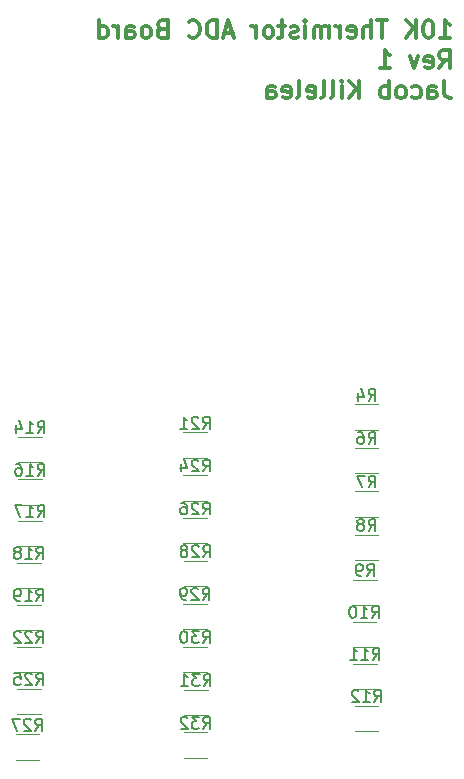
<source format=gbr>
G04 #@! TF.GenerationSoftware,KiCad,Pcbnew,5.0.1-33cea8e~68~ubuntu18.04.1*
G04 #@! TF.CreationDate,2018-11-24T14:12:02-07:00*
G04 #@! TF.ProjectId,adc,6164632E6B696361645F706362000000,rev?*
G04 #@! TF.SameCoordinates,Original*
G04 #@! TF.FileFunction,Legend,Bot*
G04 #@! TF.FilePolarity,Positive*
%FSLAX46Y46*%
G04 Gerber Fmt 4.6, Leading zero omitted, Abs format (unit mm)*
G04 Created by KiCad (PCBNEW 5.0.1-33cea8e~68~ubuntu18.04.1) date Sat 24 Nov 2018 02:12:02 PM MST*
%MOMM*%
%LPD*%
G01*
G04 APERTURE LIST*
%ADD10C,0.300000*%
%ADD11C,0.120000*%
%ADD12C,0.150000*%
G04 APERTURE END LIST*
D10*
X96198142Y-41054571D02*
X97055285Y-41054571D01*
X96626714Y-41054571D02*
X96626714Y-39554571D01*
X96769571Y-39768857D01*
X96912428Y-39911714D01*
X97055285Y-39983142D01*
X95269571Y-39554571D02*
X95126714Y-39554571D01*
X94983857Y-39626000D01*
X94912428Y-39697428D01*
X94841000Y-39840285D01*
X94769571Y-40126000D01*
X94769571Y-40483142D01*
X94841000Y-40768857D01*
X94912428Y-40911714D01*
X94983857Y-40983142D01*
X95126714Y-41054571D01*
X95269571Y-41054571D01*
X95412428Y-40983142D01*
X95483857Y-40911714D01*
X95555285Y-40768857D01*
X95626714Y-40483142D01*
X95626714Y-40126000D01*
X95555285Y-39840285D01*
X95483857Y-39697428D01*
X95412428Y-39626000D01*
X95269571Y-39554571D01*
X94126714Y-41054571D02*
X94126714Y-39554571D01*
X93269571Y-41054571D02*
X93912428Y-40197428D01*
X93269571Y-39554571D02*
X94126714Y-40411714D01*
X91698142Y-39554571D02*
X90841000Y-39554571D01*
X91269571Y-41054571D02*
X91269571Y-39554571D01*
X90341000Y-41054571D02*
X90341000Y-39554571D01*
X89698142Y-41054571D02*
X89698142Y-40268857D01*
X89769571Y-40126000D01*
X89912428Y-40054571D01*
X90126714Y-40054571D01*
X90269571Y-40126000D01*
X90341000Y-40197428D01*
X88412428Y-40983142D02*
X88555285Y-41054571D01*
X88841000Y-41054571D01*
X88983857Y-40983142D01*
X89055285Y-40840285D01*
X89055285Y-40268857D01*
X88983857Y-40126000D01*
X88841000Y-40054571D01*
X88555285Y-40054571D01*
X88412428Y-40126000D01*
X88341000Y-40268857D01*
X88341000Y-40411714D01*
X89055285Y-40554571D01*
X87698142Y-41054571D02*
X87698142Y-40054571D01*
X87698142Y-40340285D02*
X87626714Y-40197428D01*
X87555285Y-40126000D01*
X87412428Y-40054571D01*
X87269571Y-40054571D01*
X86769571Y-41054571D02*
X86769571Y-40054571D01*
X86769571Y-40197428D02*
X86698142Y-40126000D01*
X86555285Y-40054571D01*
X86341000Y-40054571D01*
X86198142Y-40126000D01*
X86126714Y-40268857D01*
X86126714Y-41054571D01*
X86126714Y-40268857D02*
X86055285Y-40126000D01*
X85912428Y-40054571D01*
X85698142Y-40054571D01*
X85555285Y-40126000D01*
X85483857Y-40268857D01*
X85483857Y-41054571D01*
X84769571Y-41054571D02*
X84769571Y-40054571D01*
X84769571Y-39554571D02*
X84841000Y-39626000D01*
X84769571Y-39697428D01*
X84698142Y-39626000D01*
X84769571Y-39554571D01*
X84769571Y-39697428D01*
X84126714Y-40983142D02*
X83983857Y-41054571D01*
X83698142Y-41054571D01*
X83555285Y-40983142D01*
X83483857Y-40840285D01*
X83483857Y-40768857D01*
X83555285Y-40626000D01*
X83698142Y-40554571D01*
X83912428Y-40554571D01*
X84055285Y-40483142D01*
X84126714Y-40340285D01*
X84126714Y-40268857D01*
X84055285Y-40126000D01*
X83912428Y-40054571D01*
X83698142Y-40054571D01*
X83555285Y-40126000D01*
X83055285Y-40054571D02*
X82483857Y-40054571D01*
X82841000Y-39554571D02*
X82841000Y-40840285D01*
X82769571Y-40983142D01*
X82626714Y-41054571D01*
X82483857Y-41054571D01*
X81769571Y-41054571D02*
X81912428Y-40983142D01*
X81983857Y-40911714D01*
X82055285Y-40768857D01*
X82055285Y-40340285D01*
X81983857Y-40197428D01*
X81912428Y-40126000D01*
X81769571Y-40054571D01*
X81555285Y-40054571D01*
X81412428Y-40126000D01*
X81341000Y-40197428D01*
X81269571Y-40340285D01*
X81269571Y-40768857D01*
X81341000Y-40911714D01*
X81412428Y-40983142D01*
X81555285Y-41054571D01*
X81769571Y-41054571D01*
X80626714Y-41054571D02*
X80626714Y-40054571D01*
X80626714Y-40340285D02*
X80555285Y-40197428D01*
X80483857Y-40126000D01*
X80341000Y-40054571D01*
X80198142Y-40054571D01*
X78626714Y-40626000D02*
X77912428Y-40626000D01*
X78769571Y-41054571D02*
X78269571Y-39554571D01*
X77769571Y-41054571D01*
X77269571Y-41054571D02*
X77269571Y-39554571D01*
X76912428Y-39554571D01*
X76698142Y-39626000D01*
X76555285Y-39768857D01*
X76483857Y-39911714D01*
X76412428Y-40197428D01*
X76412428Y-40411714D01*
X76483857Y-40697428D01*
X76555285Y-40840285D01*
X76698142Y-40983142D01*
X76912428Y-41054571D01*
X77269571Y-41054571D01*
X74912428Y-40911714D02*
X74983857Y-40983142D01*
X75198142Y-41054571D01*
X75341000Y-41054571D01*
X75555285Y-40983142D01*
X75698142Y-40840285D01*
X75769571Y-40697428D01*
X75841000Y-40411714D01*
X75841000Y-40197428D01*
X75769571Y-39911714D01*
X75698142Y-39768857D01*
X75555285Y-39626000D01*
X75341000Y-39554571D01*
X75198142Y-39554571D01*
X74983857Y-39626000D01*
X74912428Y-39697428D01*
X72626714Y-40268857D02*
X72412428Y-40340285D01*
X72341000Y-40411714D01*
X72269571Y-40554571D01*
X72269571Y-40768857D01*
X72341000Y-40911714D01*
X72412428Y-40983142D01*
X72555285Y-41054571D01*
X73126714Y-41054571D01*
X73126714Y-39554571D01*
X72626714Y-39554571D01*
X72483857Y-39626000D01*
X72412428Y-39697428D01*
X72341000Y-39840285D01*
X72341000Y-39983142D01*
X72412428Y-40126000D01*
X72483857Y-40197428D01*
X72626714Y-40268857D01*
X73126714Y-40268857D01*
X71412428Y-41054571D02*
X71555285Y-40983142D01*
X71626714Y-40911714D01*
X71698142Y-40768857D01*
X71698142Y-40340285D01*
X71626714Y-40197428D01*
X71555285Y-40126000D01*
X71412428Y-40054571D01*
X71198142Y-40054571D01*
X71055285Y-40126000D01*
X70983857Y-40197428D01*
X70912428Y-40340285D01*
X70912428Y-40768857D01*
X70983857Y-40911714D01*
X71055285Y-40983142D01*
X71198142Y-41054571D01*
X71412428Y-41054571D01*
X69626714Y-41054571D02*
X69626714Y-40268857D01*
X69698142Y-40126000D01*
X69841000Y-40054571D01*
X70126714Y-40054571D01*
X70269571Y-40126000D01*
X69626714Y-40983142D02*
X69769571Y-41054571D01*
X70126714Y-41054571D01*
X70269571Y-40983142D01*
X70341000Y-40840285D01*
X70341000Y-40697428D01*
X70269571Y-40554571D01*
X70126714Y-40483142D01*
X69769571Y-40483142D01*
X69626714Y-40411714D01*
X68912428Y-41054571D02*
X68912428Y-40054571D01*
X68912428Y-40340285D02*
X68841000Y-40197428D01*
X68769571Y-40126000D01*
X68626714Y-40054571D01*
X68483857Y-40054571D01*
X67341000Y-41054571D02*
X67341000Y-39554571D01*
X67341000Y-40983142D02*
X67483857Y-41054571D01*
X67769571Y-41054571D01*
X67912428Y-40983142D01*
X67983857Y-40911714D01*
X68055285Y-40768857D01*
X68055285Y-40340285D01*
X67983857Y-40197428D01*
X67912428Y-40126000D01*
X67769571Y-40054571D01*
X67483857Y-40054571D01*
X67341000Y-40126000D01*
X96126714Y-43604571D02*
X96626714Y-42890285D01*
X96983857Y-43604571D02*
X96983857Y-42104571D01*
X96412428Y-42104571D01*
X96269571Y-42176000D01*
X96198142Y-42247428D01*
X96126714Y-42390285D01*
X96126714Y-42604571D01*
X96198142Y-42747428D01*
X96269571Y-42818857D01*
X96412428Y-42890285D01*
X96983857Y-42890285D01*
X94912428Y-43533142D02*
X95055285Y-43604571D01*
X95341000Y-43604571D01*
X95483857Y-43533142D01*
X95555285Y-43390285D01*
X95555285Y-42818857D01*
X95483857Y-42676000D01*
X95341000Y-42604571D01*
X95055285Y-42604571D01*
X94912428Y-42676000D01*
X94841000Y-42818857D01*
X94841000Y-42961714D01*
X95555285Y-43104571D01*
X94341000Y-42604571D02*
X93983857Y-43604571D01*
X93626714Y-42604571D01*
X91126714Y-43604571D02*
X91983857Y-43604571D01*
X91555285Y-43604571D02*
X91555285Y-42104571D01*
X91698142Y-42318857D01*
X91841000Y-42461714D01*
X91983857Y-42533142D01*
X96555285Y-44654571D02*
X96555285Y-45726000D01*
X96626714Y-45940285D01*
X96769571Y-46083142D01*
X96983857Y-46154571D01*
X97126714Y-46154571D01*
X95198142Y-46154571D02*
X95198142Y-45368857D01*
X95269571Y-45226000D01*
X95412428Y-45154571D01*
X95698142Y-45154571D01*
X95841000Y-45226000D01*
X95198142Y-46083142D02*
X95341000Y-46154571D01*
X95698142Y-46154571D01*
X95841000Y-46083142D01*
X95912428Y-45940285D01*
X95912428Y-45797428D01*
X95841000Y-45654571D01*
X95698142Y-45583142D01*
X95341000Y-45583142D01*
X95198142Y-45511714D01*
X93841000Y-46083142D02*
X93983857Y-46154571D01*
X94269571Y-46154571D01*
X94412428Y-46083142D01*
X94483857Y-46011714D01*
X94555285Y-45868857D01*
X94555285Y-45440285D01*
X94483857Y-45297428D01*
X94412428Y-45226000D01*
X94269571Y-45154571D01*
X93983857Y-45154571D01*
X93841000Y-45226000D01*
X92983857Y-46154571D02*
X93126714Y-46083142D01*
X93198142Y-46011714D01*
X93269571Y-45868857D01*
X93269571Y-45440285D01*
X93198142Y-45297428D01*
X93126714Y-45226000D01*
X92983857Y-45154571D01*
X92769571Y-45154571D01*
X92626714Y-45226000D01*
X92555285Y-45297428D01*
X92483857Y-45440285D01*
X92483857Y-45868857D01*
X92555285Y-46011714D01*
X92626714Y-46083142D01*
X92769571Y-46154571D01*
X92983857Y-46154571D01*
X91841000Y-46154571D02*
X91841000Y-44654571D01*
X91841000Y-45226000D02*
X91698142Y-45154571D01*
X91412428Y-45154571D01*
X91269571Y-45226000D01*
X91198142Y-45297428D01*
X91126714Y-45440285D01*
X91126714Y-45868857D01*
X91198142Y-46011714D01*
X91269571Y-46083142D01*
X91412428Y-46154571D01*
X91698142Y-46154571D01*
X91841000Y-46083142D01*
X89341000Y-46154571D02*
X89341000Y-44654571D01*
X88483857Y-46154571D02*
X89126714Y-45297428D01*
X88483857Y-44654571D02*
X89341000Y-45511714D01*
X87841000Y-46154571D02*
X87841000Y-45154571D01*
X87841000Y-44654571D02*
X87912428Y-44726000D01*
X87841000Y-44797428D01*
X87769571Y-44726000D01*
X87841000Y-44654571D01*
X87841000Y-44797428D01*
X86912428Y-46154571D02*
X87055285Y-46083142D01*
X87126714Y-45940285D01*
X87126714Y-44654571D01*
X86126714Y-46154571D02*
X86269571Y-46083142D01*
X86341000Y-45940285D01*
X86341000Y-44654571D01*
X84983857Y-46083142D02*
X85126714Y-46154571D01*
X85412428Y-46154571D01*
X85555285Y-46083142D01*
X85626714Y-45940285D01*
X85626714Y-45368857D01*
X85555285Y-45226000D01*
X85412428Y-45154571D01*
X85126714Y-45154571D01*
X84983857Y-45226000D01*
X84912428Y-45368857D01*
X84912428Y-45511714D01*
X85626714Y-45654571D01*
X84055285Y-46154571D02*
X84198142Y-46083142D01*
X84269571Y-45940285D01*
X84269571Y-44654571D01*
X82912428Y-46083142D02*
X83055285Y-46154571D01*
X83341000Y-46154571D01*
X83483857Y-46083142D01*
X83555285Y-45940285D01*
X83555285Y-45368857D01*
X83483857Y-45226000D01*
X83341000Y-45154571D01*
X83055285Y-45154571D01*
X82912428Y-45226000D01*
X82841000Y-45368857D01*
X82841000Y-45511714D01*
X83555285Y-45654571D01*
X81555285Y-46154571D02*
X81555285Y-45368857D01*
X81626714Y-45226000D01*
X81769571Y-45154571D01*
X82055285Y-45154571D01*
X82198142Y-45226000D01*
X81555285Y-46083142D02*
X81698142Y-46154571D01*
X82055285Y-46154571D01*
X82198142Y-46083142D01*
X82269571Y-45940285D01*
X82269571Y-45797428D01*
X82198142Y-45654571D01*
X82055285Y-45583142D01*
X81698142Y-45583142D01*
X81555285Y-45511714D01*
D11*
G04 #@! TO.C,R4*
X90963083Y-72082000D02*
X88963083Y-72082000D01*
X88963083Y-74222000D02*
X90963083Y-74222000D01*
G04 #@! TO.C,R6*
X90963083Y-75747683D02*
X88963083Y-75747683D01*
X88963083Y-77887683D02*
X90963083Y-77887683D01*
G04 #@! TO.C,R7*
X88963083Y-81570683D02*
X90963083Y-81570683D01*
X90963083Y-79430683D02*
X88963083Y-79430683D01*
G04 #@! TO.C,R8*
X90963083Y-83113683D02*
X88963083Y-83113683D01*
X88963083Y-85253683D02*
X90963083Y-85253683D01*
G04 #@! TO.C,R9*
X88836083Y-89063681D02*
X90836083Y-89063681D01*
X90836083Y-86923681D02*
X88836083Y-86923681D01*
G04 #@! TO.C,R10*
X88772083Y-92619682D02*
X90772083Y-92619682D01*
X90772083Y-90479682D02*
X88772083Y-90479682D01*
G04 #@! TO.C,R11*
X90836082Y-94035681D02*
X88836082Y-94035681D01*
X88836082Y-96175681D02*
X90836082Y-96175681D01*
G04 #@! TO.C,R12*
X88963083Y-99731682D02*
X90963083Y-99731682D01*
X90963083Y-97591682D02*
X88963083Y-97591682D01*
G04 #@! TO.C,R14*
X60468000Y-76948957D02*
X62468000Y-76948957D01*
X62468000Y-74808957D02*
X60468000Y-74808957D01*
G04 #@! TO.C,R16*
X62468000Y-78432000D02*
X60468000Y-78432000D01*
X60468000Y-80572000D02*
X62468000Y-80572000D01*
G04 #@! TO.C,R17*
X60468000Y-84060957D02*
X62468000Y-84060957D01*
X62468000Y-81920957D02*
X60468000Y-81920957D01*
G04 #@! TO.C,R18*
X62363624Y-85476957D02*
X60363624Y-85476957D01*
X60363624Y-87616957D02*
X62363624Y-87616957D01*
G04 #@! TO.C,R19*
X62363625Y-89032957D02*
X60363625Y-89032957D01*
X60363625Y-91172957D02*
X62363625Y-91172957D01*
G04 #@! TO.C,R21*
X74455263Y-76595618D02*
X76455263Y-76595618D01*
X76455263Y-74455618D02*
X74455263Y-74455618D01*
G04 #@! TO.C,R22*
X62363126Y-92588957D02*
X60363126Y-92588957D01*
X60363126Y-94728957D02*
X62363126Y-94728957D01*
G04 #@! TO.C,R24*
X74455264Y-80224189D02*
X76455264Y-80224189D01*
X76455264Y-78084189D02*
X74455264Y-78084189D01*
G04 #@! TO.C,R25*
X62363624Y-96144957D02*
X60363624Y-96144957D01*
X60363624Y-98284957D02*
X62363624Y-98284957D01*
G04 #@! TO.C,R26*
X74455263Y-83852760D02*
X76455263Y-83852760D01*
X76455263Y-81712760D02*
X74455263Y-81712760D01*
G04 #@! TO.C,R27*
X60246000Y-102162000D02*
X62246000Y-102162000D01*
X62246000Y-100022000D02*
X60246000Y-100022000D01*
G04 #@! TO.C,R28*
X76470000Y-85341331D02*
X74470000Y-85341331D01*
X74470000Y-87481331D02*
X76470000Y-87481331D01*
G04 #@! TO.C,R29*
X74438000Y-91109902D02*
X76438000Y-91109902D01*
X76438000Y-88969902D02*
X74438000Y-88969902D01*
G04 #@! TO.C,R30*
X76455263Y-92598473D02*
X74455263Y-92598473D01*
X74455263Y-94738473D02*
X76455263Y-94738473D01*
G04 #@! TO.C,R31*
X74519264Y-98367044D02*
X76519264Y-98367044D01*
X76519264Y-96227044D02*
X74519264Y-96227044D01*
G04 #@! TO.C,R32*
X76470000Y-99855618D02*
X74470000Y-99855618D01*
X74470000Y-101995618D02*
X76470000Y-101995618D01*
G04 #@! TO.C,R4*
D12*
X90129749Y-71754380D02*
X90463083Y-71278190D01*
X90701178Y-71754380D02*
X90701178Y-70754380D01*
X90320225Y-70754380D01*
X90224987Y-70802000D01*
X90177368Y-70849619D01*
X90129749Y-70944857D01*
X90129749Y-71087714D01*
X90177368Y-71182952D01*
X90224987Y-71230571D01*
X90320225Y-71278190D01*
X90701178Y-71278190D01*
X89272606Y-71087714D02*
X89272606Y-71754380D01*
X89510702Y-70706761D02*
X89748797Y-71421047D01*
X89129749Y-71421047D01*
G04 #@! TO.C,R6*
X90129749Y-75420063D02*
X90463083Y-74943873D01*
X90701178Y-75420063D02*
X90701178Y-74420063D01*
X90320225Y-74420063D01*
X90224987Y-74467683D01*
X90177368Y-74515302D01*
X90129749Y-74610540D01*
X90129749Y-74753397D01*
X90177368Y-74848635D01*
X90224987Y-74896254D01*
X90320225Y-74943873D01*
X90701178Y-74943873D01*
X89272606Y-74420063D02*
X89463083Y-74420063D01*
X89558321Y-74467683D01*
X89605940Y-74515302D01*
X89701178Y-74658159D01*
X89748797Y-74848635D01*
X89748797Y-75229587D01*
X89701178Y-75324825D01*
X89653559Y-75372444D01*
X89558321Y-75420063D01*
X89367844Y-75420063D01*
X89272606Y-75372444D01*
X89224987Y-75324825D01*
X89177368Y-75229587D01*
X89177368Y-74991492D01*
X89224987Y-74896254D01*
X89272606Y-74848635D01*
X89367844Y-74801016D01*
X89558321Y-74801016D01*
X89653559Y-74848635D01*
X89701178Y-74896254D01*
X89748797Y-74991492D01*
G04 #@! TO.C,R7*
X90129749Y-79103063D02*
X90463083Y-78626873D01*
X90701178Y-79103063D02*
X90701178Y-78103063D01*
X90320225Y-78103063D01*
X90224987Y-78150683D01*
X90177368Y-78198302D01*
X90129749Y-78293540D01*
X90129749Y-78436397D01*
X90177368Y-78531635D01*
X90224987Y-78579254D01*
X90320225Y-78626873D01*
X90701178Y-78626873D01*
X89796416Y-78103063D02*
X89129749Y-78103063D01*
X89558321Y-79103063D01*
G04 #@! TO.C,R8*
X90129749Y-82786063D02*
X90463083Y-82309873D01*
X90701178Y-82786063D02*
X90701178Y-81786063D01*
X90320225Y-81786063D01*
X90224987Y-81833683D01*
X90177368Y-81881302D01*
X90129749Y-81976540D01*
X90129749Y-82119397D01*
X90177368Y-82214635D01*
X90224987Y-82262254D01*
X90320225Y-82309873D01*
X90701178Y-82309873D01*
X89558321Y-82214635D02*
X89653559Y-82167016D01*
X89701178Y-82119397D01*
X89748797Y-82024159D01*
X89748797Y-81976540D01*
X89701178Y-81881302D01*
X89653559Y-81833683D01*
X89558321Y-81786063D01*
X89367844Y-81786063D01*
X89272606Y-81833683D01*
X89224987Y-81881302D01*
X89177368Y-81976540D01*
X89177368Y-82024159D01*
X89224987Y-82119397D01*
X89272606Y-82167016D01*
X89367844Y-82214635D01*
X89558321Y-82214635D01*
X89653559Y-82262254D01*
X89701178Y-82309873D01*
X89748797Y-82405111D01*
X89748797Y-82595587D01*
X89701178Y-82690825D01*
X89653559Y-82738444D01*
X89558321Y-82786063D01*
X89367844Y-82786063D01*
X89272606Y-82738444D01*
X89224987Y-82690825D01*
X89177368Y-82595587D01*
X89177368Y-82405111D01*
X89224987Y-82309873D01*
X89272606Y-82262254D01*
X89367844Y-82214635D01*
G04 #@! TO.C,R9*
X90002749Y-86596061D02*
X90336083Y-86119871D01*
X90574178Y-86596061D02*
X90574178Y-85596061D01*
X90193225Y-85596061D01*
X90097987Y-85643681D01*
X90050368Y-85691300D01*
X90002749Y-85786538D01*
X90002749Y-85929395D01*
X90050368Y-86024633D01*
X90097987Y-86072252D01*
X90193225Y-86119871D01*
X90574178Y-86119871D01*
X89526559Y-86596061D02*
X89336083Y-86596061D01*
X89240844Y-86548442D01*
X89193225Y-86500823D01*
X89097987Y-86357966D01*
X89050368Y-86167490D01*
X89050368Y-85786538D01*
X89097987Y-85691300D01*
X89145606Y-85643681D01*
X89240844Y-85596061D01*
X89431321Y-85596061D01*
X89526559Y-85643681D01*
X89574178Y-85691300D01*
X89621797Y-85786538D01*
X89621797Y-86024633D01*
X89574178Y-86119871D01*
X89526559Y-86167490D01*
X89431321Y-86215109D01*
X89240844Y-86215109D01*
X89145606Y-86167490D01*
X89097987Y-86119871D01*
X89050368Y-86024633D01*
G04 #@! TO.C,R10*
X90414940Y-90152062D02*
X90748273Y-89675872D01*
X90986368Y-90152062D02*
X90986368Y-89152062D01*
X90605416Y-89152062D01*
X90510178Y-89199682D01*
X90462559Y-89247301D01*
X90414940Y-89342539D01*
X90414940Y-89485396D01*
X90462559Y-89580634D01*
X90510178Y-89628253D01*
X90605416Y-89675872D01*
X90986368Y-89675872D01*
X89462559Y-90152062D02*
X90033987Y-90152062D01*
X89748273Y-90152062D02*
X89748273Y-89152062D01*
X89843511Y-89294920D01*
X89938749Y-89390158D01*
X90033987Y-89437777D01*
X88843511Y-89152062D02*
X88748273Y-89152062D01*
X88653035Y-89199682D01*
X88605416Y-89247301D01*
X88557797Y-89342539D01*
X88510178Y-89533015D01*
X88510178Y-89771110D01*
X88557797Y-89961586D01*
X88605416Y-90056824D01*
X88653035Y-90104443D01*
X88748273Y-90152062D01*
X88843511Y-90152062D01*
X88938749Y-90104443D01*
X88986368Y-90056824D01*
X89033987Y-89961586D01*
X89081606Y-89771110D01*
X89081606Y-89533015D01*
X89033987Y-89342539D01*
X88986368Y-89247301D01*
X88938749Y-89199682D01*
X88843511Y-89152062D01*
G04 #@! TO.C,R11*
X90478939Y-93708061D02*
X90812272Y-93231871D01*
X91050367Y-93708061D02*
X91050367Y-92708061D01*
X90669415Y-92708061D01*
X90574177Y-92755681D01*
X90526558Y-92803300D01*
X90478939Y-92898538D01*
X90478939Y-93041395D01*
X90526558Y-93136633D01*
X90574177Y-93184252D01*
X90669415Y-93231871D01*
X91050367Y-93231871D01*
X89526558Y-93708061D02*
X90097986Y-93708061D01*
X89812272Y-93708061D02*
X89812272Y-92708061D01*
X89907510Y-92850919D01*
X90002748Y-92946157D01*
X90097986Y-92993776D01*
X88574177Y-93708061D02*
X89145605Y-93708061D01*
X88859891Y-93708061D02*
X88859891Y-92708061D01*
X88955129Y-92850919D01*
X89050367Y-92946157D01*
X89145605Y-92993776D01*
G04 #@! TO.C,R12*
X90605940Y-97264062D02*
X90939273Y-96787872D01*
X91177368Y-97264062D02*
X91177368Y-96264062D01*
X90796416Y-96264062D01*
X90701178Y-96311682D01*
X90653559Y-96359301D01*
X90605940Y-96454539D01*
X90605940Y-96597396D01*
X90653559Y-96692634D01*
X90701178Y-96740253D01*
X90796416Y-96787872D01*
X91177368Y-96787872D01*
X89653559Y-97264062D02*
X90224987Y-97264062D01*
X89939273Y-97264062D02*
X89939273Y-96264062D01*
X90034511Y-96406920D01*
X90129749Y-96502158D01*
X90224987Y-96549777D01*
X89272606Y-96359301D02*
X89224987Y-96311682D01*
X89129749Y-96264062D01*
X88891654Y-96264062D01*
X88796416Y-96311682D01*
X88748797Y-96359301D01*
X88701178Y-96454539D01*
X88701178Y-96549777D01*
X88748797Y-96692634D01*
X89320225Y-97264062D01*
X88701178Y-97264062D01*
G04 #@! TO.C,R14*
X62110857Y-74481337D02*
X62444190Y-74005147D01*
X62682285Y-74481337D02*
X62682285Y-73481337D01*
X62301333Y-73481337D01*
X62206095Y-73528957D01*
X62158476Y-73576576D01*
X62110857Y-73671814D01*
X62110857Y-73814671D01*
X62158476Y-73909909D01*
X62206095Y-73957528D01*
X62301333Y-74005147D01*
X62682285Y-74005147D01*
X61158476Y-74481337D02*
X61729904Y-74481337D01*
X61444190Y-74481337D02*
X61444190Y-73481337D01*
X61539428Y-73624195D01*
X61634666Y-73719433D01*
X61729904Y-73767052D01*
X60301333Y-73814671D02*
X60301333Y-74481337D01*
X60539428Y-73433718D02*
X60777523Y-74148004D01*
X60158476Y-74148004D01*
G04 #@! TO.C,R16*
X62110857Y-78104380D02*
X62444190Y-77628190D01*
X62682285Y-78104380D02*
X62682285Y-77104380D01*
X62301333Y-77104380D01*
X62206095Y-77152000D01*
X62158476Y-77199619D01*
X62110857Y-77294857D01*
X62110857Y-77437714D01*
X62158476Y-77532952D01*
X62206095Y-77580571D01*
X62301333Y-77628190D01*
X62682285Y-77628190D01*
X61158476Y-78104380D02*
X61729904Y-78104380D01*
X61444190Y-78104380D02*
X61444190Y-77104380D01*
X61539428Y-77247238D01*
X61634666Y-77342476D01*
X61729904Y-77390095D01*
X60301333Y-77104380D02*
X60491809Y-77104380D01*
X60587047Y-77152000D01*
X60634666Y-77199619D01*
X60729904Y-77342476D01*
X60777523Y-77532952D01*
X60777523Y-77913904D01*
X60729904Y-78009142D01*
X60682285Y-78056761D01*
X60587047Y-78104380D01*
X60396571Y-78104380D01*
X60301333Y-78056761D01*
X60253714Y-78009142D01*
X60206095Y-77913904D01*
X60206095Y-77675809D01*
X60253714Y-77580571D01*
X60301333Y-77532952D01*
X60396571Y-77485333D01*
X60587047Y-77485333D01*
X60682285Y-77532952D01*
X60729904Y-77580571D01*
X60777523Y-77675809D01*
G04 #@! TO.C,R17*
X62110857Y-81593337D02*
X62444190Y-81117147D01*
X62682285Y-81593337D02*
X62682285Y-80593337D01*
X62301333Y-80593337D01*
X62206095Y-80640957D01*
X62158476Y-80688576D01*
X62110857Y-80783814D01*
X62110857Y-80926671D01*
X62158476Y-81021909D01*
X62206095Y-81069528D01*
X62301333Y-81117147D01*
X62682285Y-81117147D01*
X61158476Y-81593337D02*
X61729904Y-81593337D01*
X61444190Y-81593337D02*
X61444190Y-80593337D01*
X61539428Y-80736195D01*
X61634666Y-80831433D01*
X61729904Y-80879052D01*
X60825142Y-80593337D02*
X60158476Y-80593337D01*
X60587047Y-81593337D01*
G04 #@! TO.C,R18*
X62006481Y-85149337D02*
X62339814Y-84673147D01*
X62577909Y-85149337D02*
X62577909Y-84149337D01*
X62196957Y-84149337D01*
X62101719Y-84196957D01*
X62054100Y-84244576D01*
X62006481Y-84339814D01*
X62006481Y-84482671D01*
X62054100Y-84577909D01*
X62101719Y-84625528D01*
X62196957Y-84673147D01*
X62577909Y-84673147D01*
X61054100Y-85149337D02*
X61625528Y-85149337D01*
X61339814Y-85149337D02*
X61339814Y-84149337D01*
X61435052Y-84292195D01*
X61530290Y-84387433D01*
X61625528Y-84435052D01*
X60482671Y-84577909D02*
X60577909Y-84530290D01*
X60625528Y-84482671D01*
X60673147Y-84387433D01*
X60673147Y-84339814D01*
X60625528Y-84244576D01*
X60577909Y-84196957D01*
X60482671Y-84149337D01*
X60292195Y-84149337D01*
X60196957Y-84196957D01*
X60149338Y-84244576D01*
X60101719Y-84339814D01*
X60101719Y-84387433D01*
X60149338Y-84482671D01*
X60196957Y-84530290D01*
X60292195Y-84577909D01*
X60482671Y-84577909D01*
X60577909Y-84625528D01*
X60625528Y-84673147D01*
X60673147Y-84768385D01*
X60673147Y-84958861D01*
X60625528Y-85054099D01*
X60577909Y-85101718D01*
X60482671Y-85149337D01*
X60292195Y-85149337D01*
X60196957Y-85101718D01*
X60149338Y-85054099D01*
X60101719Y-84958861D01*
X60101719Y-84768385D01*
X60149338Y-84673147D01*
X60196957Y-84625528D01*
X60292195Y-84577909D01*
G04 #@! TO.C,R19*
X62006482Y-88705337D02*
X62339815Y-88229147D01*
X62577910Y-88705337D02*
X62577910Y-87705337D01*
X62196958Y-87705337D01*
X62101720Y-87752957D01*
X62054101Y-87800576D01*
X62006482Y-87895814D01*
X62006482Y-88038671D01*
X62054101Y-88133909D01*
X62101720Y-88181528D01*
X62196958Y-88229147D01*
X62577910Y-88229147D01*
X61054101Y-88705337D02*
X61625529Y-88705337D01*
X61339815Y-88705337D02*
X61339815Y-87705337D01*
X61435053Y-87848195D01*
X61530291Y-87943433D01*
X61625529Y-87991052D01*
X60577910Y-88705337D02*
X60387434Y-88705337D01*
X60292196Y-88657718D01*
X60244577Y-88610099D01*
X60149339Y-88467242D01*
X60101720Y-88276766D01*
X60101720Y-87895814D01*
X60149339Y-87800576D01*
X60196958Y-87752957D01*
X60292196Y-87705337D01*
X60482672Y-87705337D01*
X60577910Y-87752957D01*
X60625529Y-87800576D01*
X60673148Y-87895814D01*
X60673148Y-88133909D01*
X60625529Y-88229147D01*
X60577910Y-88276766D01*
X60482672Y-88324385D01*
X60292196Y-88324385D01*
X60196958Y-88276766D01*
X60149339Y-88229147D01*
X60101720Y-88133909D01*
G04 #@! TO.C,R21*
X76098120Y-74127998D02*
X76431453Y-73651808D01*
X76669548Y-74127998D02*
X76669548Y-73127998D01*
X76288596Y-73127998D01*
X76193358Y-73175618D01*
X76145739Y-73223237D01*
X76098120Y-73318475D01*
X76098120Y-73461332D01*
X76145739Y-73556570D01*
X76193358Y-73604189D01*
X76288596Y-73651808D01*
X76669548Y-73651808D01*
X75717167Y-73223237D02*
X75669548Y-73175618D01*
X75574310Y-73127998D01*
X75336215Y-73127998D01*
X75240977Y-73175618D01*
X75193358Y-73223237D01*
X75145739Y-73318475D01*
X75145739Y-73413713D01*
X75193358Y-73556570D01*
X75764786Y-74127998D01*
X75145739Y-74127998D01*
X74193358Y-74127998D02*
X74764786Y-74127998D01*
X74479072Y-74127998D02*
X74479072Y-73127998D01*
X74574310Y-73270856D01*
X74669548Y-73366094D01*
X74764786Y-73413713D01*
G04 #@! TO.C,R22*
X62005983Y-92261337D02*
X62339316Y-91785147D01*
X62577411Y-92261337D02*
X62577411Y-91261337D01*
X62196459Y-91261337D01*
X62101221Y-91308957D01*
X62053602Y-91356576D01*
X62005983Y-91451814D01*
X62005983Y-91594671D01*
X62053602Y-91689909D01*
X62101221Y-91737528D01*
X62196459Y-91785147D01*
X62577411Y-91785147D01*
X61625030Y-91356576D02*
X61577411Y-91308957D01*
X61482173Y-91261337D01*
X61244078Y-91261337D01*
X61148840Y-91308957D01*
X61101221Y-91356576D01*
X61053602Y-91451814D01*
X61053602Y-91547052D01*
X61101221Y-91689909D01*
X61672649Y-92261337D01*
X61053602Y-92261337D01*
X60672649Y-91356576D02*
X60625030Y-91308957D01*
X60529792Y-91261337D01*
X60291697Y-91261337D01*
X60196459Y-91308957D01*
X60148840Y-91356576D01*
X60101221Y-91451814D01*
X60101221Y-91547052D01*
X60148840Y-91689909D01*
X60720268Y-92261337D01*
X60101221Y-92261337D01*
G04 #@! TO.C,R24*
X76098121Y-77756569D02*
X76431454Y-77280379D01*
X76669549Y-77756569D02*
X76669549Y-76756569D01*
X76288597Y-76756569D01*
X76193359Y-76804189D01*
X76145740Y-76851808D01*
X76098121Y-76947046D01*
X76098121Y-77089903D01*
X76145740Y-77185141D01*
X76193359Y-77232760D01*
X76288597Y-77280379D01*
X76669549Y-77280379D01*
X75717168Y-76851808D02*
X75669549Y-76804189D01*
X75574311Y-76756569D01*
X75336216Y-76756569D01*
X75240978Y-76804189D01*
X75193359Y-76851808D01*
X75145740Y-76947046D01*
X75145740Y-77042284D01*
X75193359Y-77185141D01*
X75764787Y-77756569D01*
X75145740Y-77756569D01*
X74288597Y-77089903D02*
X74288597Y-77756569D01*
X74526692Y-76708950D02*
X74764787Y-77423236D01*
X74145740Y-77423236D01*
G04 #@! TO.C,R25*
X62006481Y-95817337D02*
X62339814Y-95341147D01*
X62577909Y-95817337D02*
X62577909Y-94817337D01*
X62196957Y-94817337D01*
X62101719Y-94864957D01*
X62054100Y-94912576D01*
X62006481Y-95007814D01*
X62006481Y-95150671D01*
X62054100Y-95245909D01*
X62101719Y-95293528D01*
X62196957Y-95341147D01*
X62577909Y-95341147D01*
X61625528Y-94912576D02*
X61577909Y-94864957D01*
X61482671Y-94817337D01*
X61244576Y-94817337D01*
X61149338Y-94864957D01*
X61101719Y-94912576D01*
X61054100Y-95007814D01*
X61054100Y-95103052D01*
X61101719Y-95245909D01*
X61673147Y-95817337D01*
X61054100Y-95817337D01*
X60149338Y-94817337D02*
X60625528Y-94817337D01*
X60673147Y-95293528D01*
X60625528Y-95245909D01*
X60530290Y-95198290D01*
X60292195Y-95198290D01*
X60196957Y-95245909D01*
X60149338Y-95293528D01*
X60101719Y-95388766D01*
X60101719Y-95626861D01*
X60149338Y-95722099D01*
X60196957Y-95769718D01*
X60292195Y-95817337D01*
X60530290Y-95817337D01*
X60625528Y-95769718D01*
X60673147Y-95722099D01*
G04 #@! TO.C,R26*
X76098120Y-81385140D02*
X76431453Y-80908950D01*
X76669548Y-81385140D02*
X76669548Y-80385140D01*
X76288596Y-80385140D01*
X76193358Y-80432760D01*
X76145739Y-80480379D01*
X76098120Y-80575617D01*
X76098120Y-80718474D01*
X76145739Y-80813712D01*
X76193358Y-80861331D01*
X76288596Y-80908950D01*
X76669548Y-80908950D01*
X75717167Y-80480379D02*
X75669548Y-80432760D01*
X75574310Y-80385140D01*
X75336215Y-80385140D01*
X75240977Y-80432760D01*
X75193358Y-80480379D01*
X75145739Y-80575617D01*
X75145739Y-80670855D01*
X75193358Y-80813712D01*
X75764786Y-81385140D01*
X75145739Y-81385140D01*
X74288596Y-80385140D02*
X74479072Y-80385140D01*
X74574310Y-80432760D01*
X74621929Y-80480379D01*
X74717167Y-80623236D01*
X74764786Y-80813712D01*
X74764786Y-81194664D01*
X74717167Y-81289902D01*
X74669548Y-81337521D01*
X74574310Y-81385140D01*
X74383834Y-81385140D01*
X74288596Y-81337521D01*
X74240977Y-81289902D01*
X74193358Y-81194664D01*
X74193358Y-80956569D01*
X74240977Y-80861331D01*
X74288596Y-80813712D01*
X74383834Y-80766093D01*
X74574310Y-80766093D01*
X74669548Y-80813712D01*
X74717167Y-80861331D01*
X74764786Y-80956569D01*
G04 #@! TO.C,R27*
X61888857Y-99694380D02*
X62222190Y-99218190D01*
X62460285Y-99694380D02*
X62460285Y-98694380D01*
X62079333Y-98694380D01*
X61984095Y-98742000D01*
X61936476Y-98789619D01*
X61888857Y-98884857D01*
X61888857Y-99027714D01*
X61936476Y-99122952D01*
X61984095Y-99170571D01*
X62079333Y-99218190D01*
X62460285Y-99218190D01*
X61507904Y-98789619D02*
X61460285Y-98742000D01*
X61365047Y-98694380D01*
X61126952Y-98694380D01*
X61031714Y-98742000D01*
X60984095Y-98789619D01*
X60936476Y-98884857D01*
X60936476Y-98980095D01*
X60984095Y-99122952D01*
X61555523Y-99694380D01*
X60936476Y-99694380D01*
X60603142Y-98694380D02*
X59936476Y-98694380D01*
X60365047Y-99694380D01*
G04 #@! TO.C,R28*
X76112857Y-85013711D02*
X76446190Y-84537521D01*
X76684285Y-85013711D02*
X76684285Y-84013711D01*
X76303333Y-84013711D01*
X76208095Y-84061331D01*
X76160476Y-84108950D01*
X76112857Y-84204188D01*
X76112857Y-84347045D01*
X76160476Y-84442283D01*
X76208095Y-84489902D01*
X76303333Y-84537521D01*
X76684285Y-84537521D01*
X75731904Y-84108950D02*
X75684285Y-84061331D01*
X75589047Y-84013711D01*
X75350952Y-84013711D01*
X75255714Y-84061331D01*
X75208095Y-84108950D01*
X75160476Y-84204188D01*
X75160476Y-84299426D01*
X75208095Y-84442283D01*
X75779523Y-85013711D01*
X75160476Y-85013711D01*
X74589047Y-84442283D02*
X74684285Y-84394664D01*
X74731904Y-84347045D01*
X74779523Y-84251807D01*
X74779523Y-84204188D01*
X74731904Y-84108950D01*
X74684285Y-84061331D01*
X74589047Y-84013711D01*
X74398571Y-84013711D01*
X74303333Y-84061331D01*
X74255714Y-84108950D01*
X74208095Y-84204188D01*
X74208095Y-84251807D01*
X74255714Y-84347045D01*
X74303333Y-84394664D01*
X74398571Y-84442283D01*
X74589047Y-84442283D01*
X74684285Y-84489902D01*
X74731904Y-84537521D01*
X74779523Y-84632759D01*
X74779523Y-84823235D01*
X74731904Y-84918473D01*
X74684285Y-84966092D01*
X74589047Y-85013711D01*
X74398571Y-85013711D01*
X74303333Y-84966092D01*
X74255714Y-84918473D01*
X74208095Y-84823235D01*
X74208095Y-84632759D01*
X74255714Y-84537521D01*
X74303333Y-84489902D01*
X74398571Y-84442283D01*
G04 #@! TO.C,R29*
X76080857Y-88642282D02*
X76414190Y-88166092D01*
X76652285Y-88642282D02*
X76652285Y-87642282D01*
X76271333Y-87642282D01*
X76176095Y-87689902D01*
X76128476Y-87737521D01*
X76080857Y-87832759D01*
X76080857Y-87975616D01*
X76128476Y-88070854D01*
X76176095Y-88118473D01*
X76271333Y-88166092D01*
X76652285Y-88166092D01*
X75699904Y-87737521D02*
X75652285Y-87689902D01*
X75557047Y-87642282D01*
X75318952Y-87642282D01*
X75223714Y-87689902D01*
X75176095Y-87737521D01*
X75128476Y-87832759D01*
X75128476Y-87927997D01*
X75176095Y-88070854D01*
X75747523Y-88642282D01*
X75128476Y-88642282D01*
X74652285Y-88642282D02*
X74461809Y-88642282D01*
X74366571Y-88594663D01*
X74318952Y-88547044D01*
X74223714Y-88404187D01*
X74176095Y-88213711D01*
X74176095Y-87832759D01*
X74223714Y-87737521D01*
X74271333Y-87689902D01*
X74366571Y-87642282D01*
X74557047Y-87642282D01*
X74652285Y-87689902D01*
X74699904Y-87737521D01*
X74747523Y-87832759D01*
X74747523Y-88070854D01*
X74699904Y-88166092D01*
X74652285Y-88213711D01*
X74557047Y-88261330D01*
X74366571Y-88261330D01*
X74271333Y-88213711D01*
X74223714Y-88166092D01*
X74176095Y-88070854D01*
G04 #@! TO.C,R30*
X76098120Y-92270853D02*
X76431453Y-91794663D01*
X76669548Y-92270853D02*
X76669548Y-91270853D01*
X76288596Y-91270853D01*
X76193358Y-91318473D01*
X76145739Y-91366092D01*
X76098120Y-91461330D01*
X76098120Y-91604187D01*
X76145739Y-91699425D01*
X76193358Y-91747044D01*
X76288596Y-91794663D01*
X76669548Y-91794663D01*
X75764786Y-91270853D02*
X75145739Y-91270853D01*
X75479072Y-91651806D01*
X75336215Y-91651806D01*
X75240977Y-91699425D01*
X75193358Y-91747044D01*
X75145739Y-91842282D01*
X75145739Y-92080377D01*
X75193358Y-92175615D01*
X75240977Y-92223234D01*
X75336215Y-92270853D01*
X75621929Y-92270853D01*
X75717167Y-92223234D01*
X75764786Y-92175615D01*
X74526691Y-91270853D02*
X74431453Y-91270853D01*
X74336215Y-91318473D01*
X74288596Y-91366092D01*
X74240977Y-91461330D01*
X74193358Y-91651806D01*
X74193358Y-91889901D01*
X74240977Y-92080377D01*
X74288596Y-92175615D01*
X74336215Y-92223234D01*
X74431453Y-92270853D01*
X74526691Y-92270853D01*
X74621929Y-92223234D01*
X74669548Y-92175615D01*
X74717167Y-92080377D01*
X74764786Y-91889901D01*
X74764786Y-91651806D01*
X74717167Y-91461330D01*
X74669548Y-91366092D01*
X74621929Y-91318473D01*
X74526691Y-91270853D01*
G04 #@! TO.C,R31*
X76162121Y-95899424D02*
X76495454Y-95423234D01*
X76733549Y-95899424D02*
X76733549Y-94899424D01*
X76352597Y-94899424D01*
X76257359Y-94947044D01*
X76209740Y-94994663D01*
X76162121Y-95089901D01*
X76162121Y-95232758D01*
X76209740Y-95327996D01*
X76257359Y-95375615D01*
X76352597Y-95423234D01*
X76733549Y-95423234D01*
X75828787Y-94899424D02*
X75209740Y-94899424D01*
X75543073Y-95280377D01*
X75400216Y-95280377D01*
X75304978Y-95327996D01*
X75257359Y-95375615D01*
X75209740Y-95470853D01*
X75209740Y-95708948D01*
X75257359Y-95804186D01*
X75304978Y-95851805D01*
X75400216Y-95899424D01*
X75685930Y-95899424D01*
X75781168Y-95851805D01*
X75828787Y-95804186D01*
X74257359Y-95899424D02*
X74828787Y-95899424D01*
X74543073Y-95899424D02*
X74543073Y-94899424D01*
X74638311Y-95042282D01*
X74733549Y-95137520D01*
X74828787Y-95185139D01*
G04 #@! TO.C,R32*
X76112857Y-99527998D02*
X76446190Y-99051808D01*
X76684285Y-99527998D02*
X76684285Y-98527998D01*
X76303333Y-98527998D01*
X76208095Y-98575618D01*
X76160476Y-98623237D01*
X76112857Y-98718475D01*
X76112857Y-98861332D01*
X76160476Y-98956570D01*
X76208095Y-99004189D01*
X76303333Y-99051808D01*
X76684285Y-99051808D01*
X75779523Y-98527998D02*
X75160476Y-98527998D01*
X75493809Y-98908951D01*
X75350952Y-98908951D01*
X75255714Y-98956570D01*
X75208095Y-99004189D01*
X75160476Y-99099427D01*
X75160476Y-99337522D01*
X75208095Y-99432760D01*
X75255714Y-99480379D01*
X75350952Y-99527998D01*
X75636666Y-99527998D01*
X75731904Y-99480379D01*
X75779523Y-99432760D01*
X74779523Y-98623237D02*
X74731904Y-98575618D01*
X74636666Y-98527998D01*
X74398571Y-98527998D01*
X74303333Y-98575618D01*
X74255714Y-98623237D01*
X74208095Y-98718475D01*
X74208095Y-98813713D01*
X74255714Y-98956570D01*
X74827142Y-99527998D01*
X74208095Y-99527998D01*
G04 #@! TD*
M02*

</source>
